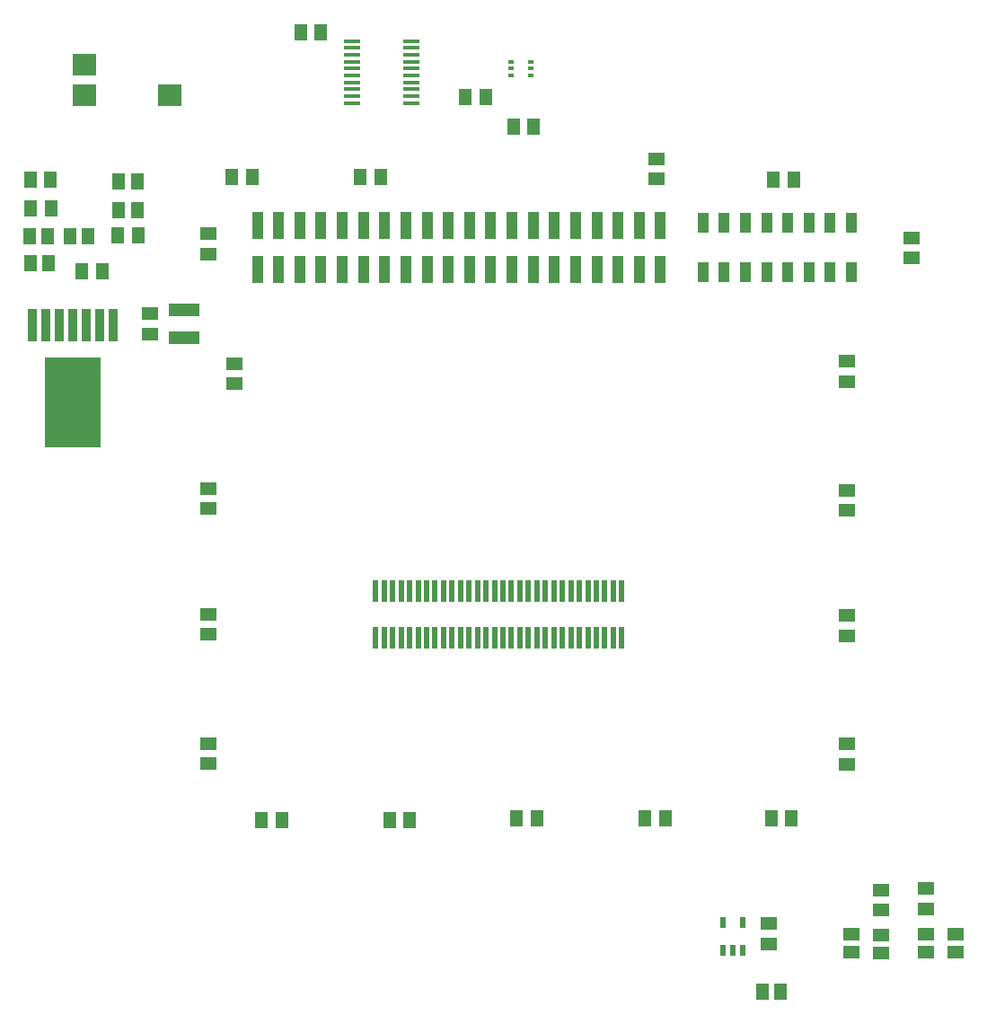
<source format=gbp>
G04 Layer_Color=128*
%FSLAX44Y44*%
%MOMM*%
G71*
G01*
G75*
%ADD25R,0.5000X2.0000*%
%ADD26R,1.1200X1.8300*%
%ADD27R,1.0000X2.6000*%
%ADD28R,2.2000X2.0000*%
%ADD29R,1.3000X1.5000*%
%ADD30R,1.5000X1.3000*%
%ADD31R,3.0000X1.2000*%
%ADD32R,5.3500X8.5400*%
%ADD33R,0.8900X3.0600*%
%ADD34R,1.2000X1.5000*%
%ADD35R,1.6000X0.3000*%
%ADD36R,0.6000X1.1000*%
%ADD37R,1.5000X1.2000*%
%ADD38R,0.5200X0.4200*%
D25*
X1095500Y796000D02*
D03*
Y840000D02*
D03*
X1103500Y796000D02*
D03*
Y840000D02*
D03*
X1111500Y796000D02*
D03*
Y840000D02*
D03*
X1119500Y796000D02*
D03*
Y840000D02*
D03*
X1127500Y796000D02*
D03*
Y840000D02*
D03*
X1135500Y796000D02*
D03*
Y840000D02*
D03*
X1143500Y796000D02*
D03*
Y840000D02*
D03*
X1151500Y796000D02*
D03*
Y840000D02*
D03*
X1159500Y796000D02*
D03*
Y840000D02*
D03*
X1167500Y796000D02*
D03*
Y840000D02*
D03*
X1175500Y796000D02*
D03*
Y840000D02*
D03*
X1183500Y796000D02*
D03*
Y840000D02*
D03*
X1191500Y796000D02*
D03*
Y840000D02*
D03*
X1199500Y796000D02*
D03*
Y840000D02*
D03*
X1207500Y796000D02*
D03*
Y840000D02*
D03*
X1215500Y796000D02*
D03*
Y840000D02*
D03*
X1223500Y796000D02*
D03*
Y840000D02*
D03*
X1231500Y796000D02*
D03*
Y840000D02*
D03*
X1239500Y796000D02*
D03*
Y840000D02*
D03*
X1247500Y796000D02*
D03*
Y840000D02*
D03*
X1255500Y796000D02*
D03*
Y840000D02*
D03*
X1263500Y796000D02*
D03*
Y840000D02*
D03*
X1271500Y796000D02*
D03*
Y840000D02*
D03*
X1279500Y796000D02*
D03*
Y840000D02*
D03*
X1287500Y796000D02*
D03*
Y840000D02*
D03*
X1295500Y796000D02*
D03*
Y840000D02*
D03*
X1303500Y796000D02*
D03*
Y840000D02*
D03*
X1311500Y796000D02*
D03*
Y840000D02*
D03*
X1319500Y796000D02*
D03*
Y840000D02*
D03*
X1327500Y796000D02*
D03*
Y840000D02*
D03*
D26*
X1404000Y1186750D02*
D03*
Y1140250D02*
D03*
X1424000Y1186750D02*
D03*
Y1140250D02*
D03*
X1444000Y1186750D02*
D03*
Y1140250D02*
D03*
X1464000Y1186750D02*
D03*
Y1140250D02*
D03*
X1484000Y1186750D02*
D03*
Y1140250D02*
D03*
X1504000Y1186750D02*
D03*
Y1140250D02*
D03*
X1524000Y1186750D02*
D03*
Y1140250D02*
D03*
X1544000Y1186750D02*
D03*
Y1140250D02*
D03*
D27*
X1364000Y1143000D02*
D03*
Y1184000D02*
D03*
X1344000Y1143000D02*
D03*
Y1184000D02*
D03*
X1324000Y1143000D02*
D03*
Y1184000D02*
D03*
X1304000Y1143000D02*
D03*
Y1184000D02*
D03*
X1284000Y1143000D02*
D03*
Y1184000D02*
D03*
X1264000Y1143000D02*
D03*
Y1184000D02*
D03*
X1244000Y1143000D02*
D03*
Y1184000D02*
D03*
X1224000Y1143000D02*
D03*
Y1184000D02*
D03*
X1204000Y1143000D02*
D03*
Y1184000D02*
D03*
X1184000Y1143000D02*
D03*
Y1184000D02*
D03*
X1164000Y1143000D02*
D03*
Y1184000D02*
D03*
X1144000Y1143000D02*
D03*
Y1184000D02*
D03*
X1124000Y1143000D02*
D03*
Y1184000D02*
D03*
X1104000Y1143000D02*
D03*
Y1184000D02*
D03*
X1084000Y1143000D02*
D03*
Y1184000D02*
D03*
X1064000Y1143000D02*
D03*
Y1184000D02*
D03*
X1044000Y1143000D02*
D03*
Y1184000D02*
D03*
X1024000Y1143000D02*
D03*
Y1184000D02*
D03*
X1004000Y1143000D02*
D03*
Y1184000D02*
D03*
X984000Y1143000D02*
D03*
Y1184000D02*
D03*
D28*
X901000Y1307000D02*
D03*
X821000Y1336000D02*
D03*
Y1307000D02*
D03*
D29*
X1244500Y1277000D02*
D03*
X1225500D02*
D03*
X1489500Y1227000D02*
D03*
X1470500D02*
D03*
X1468500Y625000D02*
D03*
X1487500D02*
D03*
X1349500D02*
D03*
X1368500D02*
D03*
X1228500D02*
D03*
X1247500D02*
D03*
X1108500Y624000D02*
D03*
X1127500D02*
D03*
X988000D02*
D03*
X1007000D02*
D03*
X960000Y1230000D02*
D03*
X979000D02*
D03*
X1100000D02*
D03*
X1081000D02*
D03*
X871500Y1175000D02*
D03*
X852500D02*
D03*
X837500Y1141000D02*
D03*
X818500D02*
D03*
X770000Y1227000D02*
D03*
X789000D02*
D03*
X770500Y1200000D02*
D03*
X789500D02*
D03*
X1180000Y1305000D02*
D03*
X1199000D02*
D03*
X1025000Y1366000D02*
D03*
X1044000D02*
D03*
D30*
X1360000Y1228000D02*
D03*
Y1247000D02*
D03*
X1601000Y1153500D02*
D03*
Y1172500D02*
D03*
X1540000Y1037000D02*
D03*
Y1056000D02*
D03*
Y915500D02*
D03*
Y934500D02*
D03*
Y797500D02*
D03*
Y816500D02*
D03*
Y676500D02*
D03*
Y695500D02*
D03*
X938000Y696000D02*
D03*
Y677000D02*
D03*
Y818000D02*
D03*
Y799000D02*
D03*
Y936500D02*
D03*
Y917500D02*
D03*
X962000Y1054000D02*
D03*
Y1035000D02*
D03*
X938000Y1176500D02*
D03*
Y1157500D02*
D03*
X883000Y1101000D02*
D03*
Y1082000D02*
D03*
X1572000Y539000D02*
D03*
Y558000D02*
D03*
X1614000Y540000D02*
D03*
Y559000D02*
D03*
X1465910Y526270D02*
D03*
Y507270D02*
D03*
D31*
X915000Y1078330D02*
D03*
Y1105000D02*
D03*
D32*
X810000Y1017000D02*
D03*
D33*
X848100Y1090050D02*
D03*
X835400D02*
D03*
X822700D02*
D03*
X810000D02*
D03*
X797300D02*
D03*
X784600D02*
D03*
X771900D02*
D03*
D34*
X853500Y1199000D02*
D03*
X870500D02*
D03*
X824000Y1174000D02*
D03*
X807000D02*
D03*
X770000Y1149000D02*
D03*
X787000D02*
D03*
X786500Y1174000D02*
D03*
X769500D02*
D03*
X853500Y1226000D02*
D03*
X870500D02*
D03*
X1460500Y462000D02*
D03*
X1477500D02*
D03*
D35*
X1129000Y1299500D02*
D03*
Y1306000D02*
D03*
Y1312500D02*
D03*
Y1319000D02*
D03*
Y1325500D02*
D03*
Y1332000D02*
D03*
Y1338500D02*
D03*
Y1345000D02*
D03*
Y1351500D02*
D03*
Y1358000D02*
D03*
X1073000D02*
D03*
Y1351500D02*
D03*
Y1345000D02*
D03*
Y1338500D02*
D03*
Y1332000D02*
D03*
Y1325500D02*
D03*
Y1319000D02*
D03*
Y1312500D02*
D03*
Y1306000D02*
D03*
Y1299500D02*
D03*
D36*
X1441500Y501000D02*
D03*
X1432000D02*
D03*
X1422500D02*
D03*
Y527000D02*
D03*
X1441500D02*
D03*
D37*
X1614000Y516000D02*
D03*
Y499000D02*
D03*
X1544000Y499500D02*
D03*
Y516500D02*
D03*
X1572000Y515500D02*
D03*
Y498500D02*
D03*
X1642000Y499000D02*
D03*
Y516000D02*
D03*
D38*
X1223000Y1338500D02*
D03*
Y1332000D02*
D03*
Y1325500D02*
D03*
X1242000D02*
D03*
Y1332000D02*
D03*
Y1338500D02*
D03*
M02*

</source>
